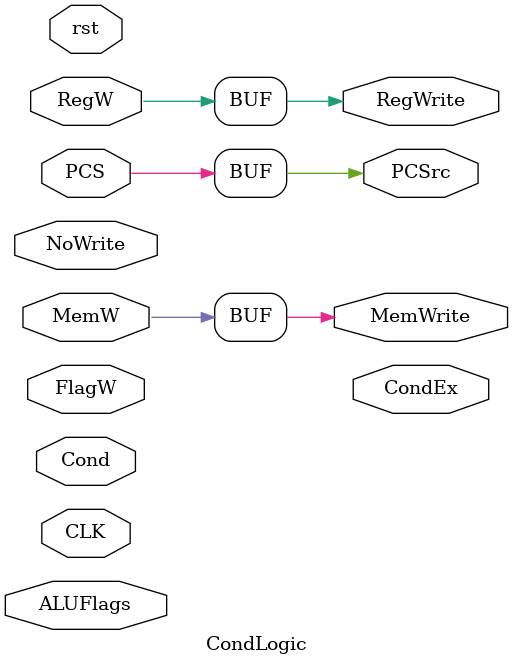
<source format=v>
module CondLogic(
    input CLK,
    input PCS,
    input RegW,
    input MemW,
    input [1:0] FlagW,
    input [3:0] Cond,
    input [3:0] ALUFlags,
    input NoWrite,

    input rst,

    output CondEx,
    
    output PCSrc,
    output RegWrite,
    output MemWrite
    ); 
    
    // reg CondEx;
    // reg N = 0;
    // reg C = 0;
    // reg Z = 0;
    // reg V = 0;
    
    // always @(posedge CLK or negedge rst) begin
    //     if(rst)  begin
    //         {N, Z, C, V} <= 4'b0000;
    //     end
    //     else    begin
    //         if(FlagW[1] & CondEx) {N, Z} <= ALUFlags[3:2];
    //         if(FlagW[0] & CondEx) {C, V} <= ALUFlags[1:0];    
    //     end
    // end

    // always @(*) begin
    //     case(Cond)  
    //         4'b0000:    CondEx = Z;
    //         4'b0001:    CondEx = ~Z;
    //         4'b0010:    CondEx = C;
    //         4'b0011:    CondEx = ~C;
    //         4'b0100:    CondEx = N;
    //         4'b0101:    CondEx = ~N;
    //         4'b0110:    CondEx = V;
    //         4'b0111:    CondEx = ~V;
    //         4'b1000:    CondEx = (~Z)&C;
    //         4'b1001:    CondEx = Z | (~C);
    //         4'b1010:    CondEx = ~(N^V);
    //         4'b1011:    CondEx = N^V;
    //         4'b1100:    CondEx = ~Z & ~(N^V);
    //         4'b1101:    CondEx = Z | (N^V);
    //         default:    CondEx = 1;
    //     endcase
    // end

    assign PCSrc = PCS;
    assign RegWrite = RegW;
    assign MemWrite = MemW;
endmodule
</source>
